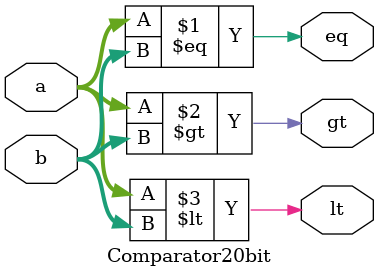
<source format=v>
module Comparator20bit(input [19:0]a,
                          input [19:0]b,
                          output eq,
                          output gt,
                          output lt);
    assign eq = a == b;
    assign gt = a > b;
    assign lt = a < b;
endmodule


</source>
